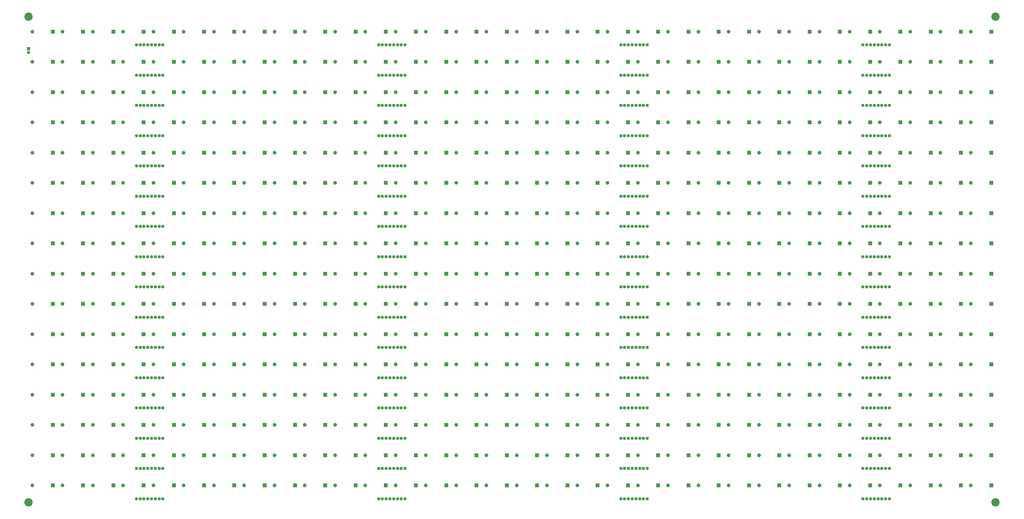
<source format=gbr>
%TF.GenerationSoftware,KiCad,Pcbnew,9.0.7*%
%TF.CreationDate,2026-02-02T17:43:32-05:00*%
%TF.ProjectId,INS-1 Matrix Display,494e532d-3120-44d6-9174-726978204469,1.0*%
%TF.SameCoordinates,Original*%
%TF.FileFunction,Soldermask,Bot*%
%TF.FilePolarity,Negative*%
%FSLAX46Y46*%
G04 Gerber Fmt 4.6, Leading zero omitted, Abs format (unit mm)*
G04 Created by KiCad (PCBNEW 9.0.7) date 2026-02-02 17:43:32*
%MOMM*%
%LPD*%
G01*
G04 APERTURE LIST*
%ADD10C,1.000000*%
%ADD11R,1.000000X1.000000*%
%ADD12C,0.850000*%
%ADD13C,2.200000*%
%ADD14R,0.850000X0.850000*%
G04 APERTURE END LIST*
D10*
%TO.C,REF\u002A\u002A*%
X154000000Y-134500000D03*
D11*
X159400000Y-134500000D03*
%TD*%
D10*
%TO.C,REF\u002A\u002A*%
X193990000Y-62500000D03*
D11*
X199390000Y-62500000D03*
%TD*%
D10*
%TO.C,REF\u002A\u002A*%
X249990000Y-110500000D03*
D11*
X255390000Y-110500000D03*
%TD*%
D10*
%TO.C,REF\u002A\u002A*%
X241990000Y-134500000D03*
D11*
X247390000Y-134500000D03*
%TD*%
D10*
%TO.C,REF\u002A\u002A*%
X82000000Y-94500000D03*
D11*
X87400000Y-94500000D03*
%TD*%
D10*
%TO.C,REF\u002A\u002A*%
X49990000Y-126500000D03*
D11*
X55390000Y-126500000D03*
%TD*%
D12*
%TO.C,RegisterLane*%
X173500000Y-42000000D03*
X174500000Y-42000000D03*
X175500000Y-42000000D03*
X176500000Y-42000000D03*
X177500000Y-42000000D03*
X178500000Y-42000000D03*
X179500000Y-42000000D03*
X180500000Y-42000000D03*
%TD*%
D10*
%TO.C,REF\u002A\u002A*%
X265990000Y-54500000D03*
D11*
X271390000Y-54500000D03*
%TD*%
D10*
%TO.C,REF\u002A\u002A*%
X26000000Y-150500000D03*
D11*
X31400000Y-150500000D03*
%TD*%
D10*
%TO.C,REF\u002A\u002A*%
X137990000Y-54500000D03*
D11*
X143390000Y-54500000D03*
%TD*%
D10*
%TO.C,REF\u002A\u002A*%
X18000000Y-142500000D03*
D11*
X23400000Y-142500000D03*
%TD*%
D10*
%TO.C,REF\u002A\u002A*%
X105990000Y-38500000D03*
D11*
X111390000Y-38500000D03*
%TD*%
D10*
%TO.C,REF\u002A\u002A*%
X265990000Y-62500000D03*
D11*
X271390000Y-62500000D03*
%TD*%
D10*
%TO.C,REF\u002A\u002A*%
X146000000Y-62500000D03*
D11*
X151400000Y-62500000D03*
%TD*%
D10*
%TO.C,REF\u002A\u002A*%
X90000000Y-94500000D03*
D11*
X95400000Y-94500000D03*
%TD*%
D10*
%TO.C,REF\u002A\u002A*%
X73990000Y-150500000D03*
D11*
X79390000Y-150500000D03*
%TD*%
D12*
%TO.C,RegisterLane*%
X109500000Y-66000000D03*
X110500000Y-66000000D03*
X111500000Y-66000000D03*
X112500000Y-66000000D03*
X113500000Y-66000000D03*
X114500000Y-66000000D03*
X115500000Y-66000000D03*
X116500000Y-66000000D03*
%TD*%
D10*
%TO.C,REF\u002A\u002A*%
X201990000Y-62500000D03*
D11*
X207390000Y-62500000D03*
%TD*%
D10*
%TO.C,REF\u002A\u002A*%
X241990000Y-54500000D03*
D11*
X247390000Y-54500000D03*
%TD*%
D12*
%TO.C,RegisterLane*%
X237500000Y-122000000D03*
X238500000Y-122000000D03*
X239500000Y-122000000D03*
X240500000Y-122000000D03*
X241500000Y-122000000D03*
X242500000Y-122000000D03*
X243500000Y-122000000D03*
X244500000Y-122000000D03*
%TD*%
D10*
%TO.C,REF\u002A\u002A*%
X233990000Y-102500000D03*
D11*
X239390000Y-102500000D03*
%TD*%
D10*
%TO.C,REF\u002A\u002A*%
X18000000Y-102500000D03*
D11*
X23400000Y-102500000D03*
%TD*%
D10*
%TO.C,REF\u002A\u002A*%
X218000000Y-102500000D03*
D11*
X223400000Y-102500000D03*
%TD*%
D10*
%TO.C,REF\u002A\u002A*%
X113990000Y-54500000D03*
D11*
X119390000Y-54500000D03*
%TD*%
D10*
%TO.C,REF\u002A\u002A*%
X162000000Y-70500000D03*
D11*
X167400000Y-70500000D03*
%TD*%
D10*
%TO.C,REF\u002A\u002A*%
X201990000Y-38500000D03*
D11*
X207390000Y-38500000D03*
%TD*%
D10*
%TO.C,REF\u002A\u002A*%
X57990000Y-134500000D03*
D11*
X63390000Y-134500000D03*
%TD*%
D10*
%TO.C,REF\u002A\u002A*%
X105990000Y-110500000D03*
D11*
X111390000Y-110500000D03*
%TD*%
D10*
%TO.C,REF\u002A\u002A*%
X162000000Y-30500000D03*
D11*
X167400000Y-30500000D03*
%TD*%
D12*
%TO.C,RegisterLane*%
X45500000Y-90000000D03*
X46500000Y-90000000D03*
X47500000Y-90000000D03*
X48500000Y-90000000D03*
X49500000Y-90000000D03*
X50500000Y-90000000D03*
X51500000Y-90000000D03*
X52500000Y-90000000D03*
%TD*%
D10*
%TO.C,REF\u002A\u002A*%
X90000000Y-118500000D03*
D11*
X95400000Y-118500000D03*
%TD*%
D13*
%TO.C,REF\u002A\u002A*%
X272500000Y-26500000D03*
%TD*%
D10*
%TO.C,REF\u002A\u002A*%
X177990000Y-62500000D03*
D11*
X183390000Y-62500000D03*
%TD*%
D10*
%TO.C,REF\u002A\u002A*%
X226000000Y-38500000D03*
D11*
X231400000Y-38500000D03*
%TD*%
D10*
%TO.C,REF\u002A\u002A*%
X249990000Y-86500000D03*
D11*
X255390000Y-86500000D03*
%TD*%
D10*
%TO.C,REF\u002A\u002A*%
X193990000Y-118500000D03*
D11*
X199390000Y-118500000D03*
%TD*%
D10*
%TO.C,REF\u002A\u002A*%
X257990000Y-78500000D03*
D11*
X263390000Y-78500000D03*
%TD*%
D10*
%TO.C,REF\u002A\u002A*%
X129990000Y-118500000D03*
D11*
X135390000Y-118500000D03*
%TD*%
D10*
%TO.C,REF\u002A\u002A*%
X201990000Y-134500000D03*
D11*
X207390000Y-134500000D03*
%TD*%
D10*
%TO.C,REF\u002A\u002A*%
X226000000Y-62500000D03*
D11*
X231400000Y-62500000D03*
%TD*%
D10*
%TO.C,REF\u002A\u002A*%
X18000000Y-30500000D03*
D11*
X23400000Y-30500000D03*
%TD*%
D10*
%TO.C,REF\u002A\u002A*%
X98000000Y-62500000D03*
D11*
X103400000Y-62500000D03*
%TD*%
D10*
%TO.C,REF\u002A\u002A*%
X201990000Y-30500000D03*
D11*
X207390000Y-30500000D03*
%TD*%
D10*
%TO.C,REF\u002A\u002A*%
X49990000Y-86500000D03*
D11*
X55390000Y-86500000D03*
%TD*%
D10*
%TO.C,REF\u002A\u002A*%
X146000000Y-70500000D03*
D11*
X151400000Y-70500000D03*
%TD*%
D10*
%TO.C,REF\u002A\u002A*%
X113990000Y-46500000D03*
D11*
X119390000Y-46500000D03*
%TD*%
D10*
%TO.C,REF\u002A\u002A*%
X121990000Y-142500000D03*
D11*
X127390000Y-142500000D03*
%TD*%
D10*
%TO.C,REF\u002A\u002A*%
X146000000Y-150500000D03*
D11*
X151400000Y-150500000D03*
%TD*%
D10*
%TO.C,REF\u002A\u002A*%
X26000000Y-86500000D03*
D11*
X31400000Y-86500000D03*
%TD*%
D10*
%TO.C,REF\u002A\u002A*%
X73990000Y-78500000D03*
D11*
X79390000Y-78500000D03*
%TD*%
D10*
%TO.C,REF\u002A\u002A*%
X218000000Y-46500000D03*
D11*
X223400000Y-46500000D03*
%TD*%
D10*
%TO.C,REF\u002A\u002A*%
X49990000Y-94500000D03*
D11*
X55390000Y-94500000D03*
%TD*%
D10*
%TO.C,REF\u002A\u002A*%
X98000000Y-150500000D03*
D11*
X103400000Y-150500000D03*
%TD*%
D10*
%TO.C,REF\u002A\u002A*%
X18000000Y-118500000D03*
D11*
X23400000Y-118500000D03*
%TD*%
D12*
%TO.C,RegisterLane*%
X173500000Y-146000000D03*
X174500000Y-146000000D03*
X175500000Y-146000000D03*
X176500000Y-146000000D03*
X177500000Y-146000000D03*
X178500000Y-146000000D03*
X179500000Y-146000000D03*
X180500000Y-146000000D03*
%TD*%
D10*
%TO.C,REF\u002A\u002A*%
X73990000Y-110500000D03*
D11*
X79390000Y-110500000D03*
%TD*%
D12*
%TO.C,RegisterLane*%
X45500000Y-106000000D03*
X46500000Y-106000000D03*
X47500000Y-106000000D03*
X48500000Y-106000000D03*
X49500000Y-106000000D03*
X50500000Y-106000000D03*
X51500000Y-106000000D03*
X52500000Y-106000000D03*
%TD*%
D10*
%TO.C,REF\u002A\u002A*%
X129990000Y-94500000D03*
D11*
X135390000Y-94500000D03*
%TD*%
D12*
%TO.C,RegisterLane*%
X237500000Y-138000000D03*
X238500000Y-138000000D03*
X239500000Y-138000000D03*
X240500000Y-138000000D03*
X241500000Y-138000000D03*
X242500000Y-138000000D03*
X243500000Y-138000000D03*
X244500000Y-138000000D03*
%TD*%
D10*
%TO.C,REF\u002A\u002A*%
X177990000Y-30500000D03*
D11*
X183390000Y-30500000D03*
%TD*%
D10*
%TO.C,REF\u002A\u002A*%
X105990000Y-78500000D03*
D11*
X111390000Y-78500000D03*
%TD*%
D10*
%TO.C,REF\u002A\u002A*%
X177990000Y-46500000D03*
D11*
X183390000Y-46500000D03*
%TD*%
D10*
%TO.C,REF\u002A\u002A*%
X26000000Y-30500000D03*
D11*
X31400000Y-30500000D03*
%TD*%
D10*
%TO.C,REF\u002A\u002A*%
X218000000Y-126500000D03*
D11*
X223400000Y-126500000D03*
%TD*%
D10*
%TO.C,REF\u002A\u002A*%
X241990000Y-150500000D03*
D11*
X247390000Y-150500000D03*
%TD*%
D10*
%TO.C,REF\u002A\u002A*%
X193990000Y-78500000D03*
D11*
X199390000Y-78500000D03*
%TD*%
D10*
%TO.C,REF\u002A\u002A*%
X121990000Y-62500000D03*
D11*
X127390000Y-62500000D03*
%TD*%
D10*
%TO.C,REF\u002A\u002A*%
X18000000Y-70500000D03*
D11*
X23400000Y-70500000D03*
%TD*%
D10*
%TO.C,REF\u002A\u002A*%
X257990000Y-126500000D03*
D11*
X263390000Y-126500000D03*
%TD*%
D10*
%TO.C,REF\u002A\u002A*%
X18000000Y-46500000D03*
D11*
X23400000Y-46500000D03*
%TD*%
D12*
%TO.C,RegisterLane*%
X45500000Y-82000000D03*
X46500000Y-82000000D03*
X47500000Y-82000000D03*
X48500000Y-82000000D03*
X49500000Y-82000000D03*
X50500000Y-82000000D03*
X51500000Y-82000000D03*
X52500000Y-82000000D03*
%TD*%
D10*
%TO.C,REF\u002A\u002A*%
X73990000Y-70500000D03*
D11*
X79390000Y-70500000D03*
%TD*%
D10*
%TO.C,REF\u002A\u002A*%
X162000000Y-54500000D03*
D11*
X167400000Y-54500000D03*
%TD*%
D10*
%TO.C,REF\u002A\u002A*%
X201990000Y-126500000D03*
D11*
X207390000Y-126500000D03*
%TD*%
D10*
%TO.C,REF\u002A\u002A*%
X169990000Y-94500000D03*
D11*
X175390000Y-94500000D03*
%TD*%
D10*
%TO.C,REF\u002A\u002A*%
X185990000Y-118500000D03*
D11*
X191390000Y-118500000D03*
%TD*%
D10*
%TO.C,REF\u002A\u002A*%
X90000000Y-150500000D03*
D11*
X95400000Y-150500000D03*
%TD*%
D10*
%TO.C,REF\u002A\u002A*%
X65990000Y-102500000D03*
D11*
X71390000Y-102500000D03*
%TD*%
D10*
%TO.C,REF\u002A\u002A*%
X129990000Y-70500000D03*
D11*
X135390000Y-70500000D03*
%TD*%
D10*
%TO.C,REF\u002A\u002A*%
X121990000Y-54500000D03*
D11*
X127390000Y-54500000D03*
%TD*%
D10*
%TO.C,REF\u002A\u002A*%
X193990000Y-150500000D03*
D11*
X199390000Y-150500000D03*
%TD*%
D10*
%TO.C,REF\u002A\u002A*%
X265990000Y-46500000D03*
D11*
X271390000Y-46500000D03*
%TD*%
D12*
%TO.C,RegisterLane*%
X237500000Y-106000000D03*
X238500000Y-106000000D03*
X239500000Y-106000000D03*
X240500000Y-106000000D03*
X241500000Y-106000000D03*
X242500000Y-106000000D03*
X243500000Y-106000000D03*
X244500000Y-106000000D03*
%TD*%
D10*
%TO.C,REF\u002A\u002A*%
X121990000Y-30500000D03*
D11*
X127390000Y-30500000D03*
%TD*%
D10*
%TO.C,REF\u002A\u002A*%
X18000000Y-150500000D03*
D11*
X23400000Y-150500000D03*
%TD*%
D10*
%TO.C,REF\u002A\u002A*%
X34000000Y-126500000D03*
D11*
X39400000Y-126500000D03*
%TD*%
D10*
%TO.C,REF\u002A\u002A*%
X65990000Y-134500000D03*
D11*
X71390000Y-134500000D03*
%TD*%
D10*
%TO.C,REF\u002A\u002A*%
X73990000Y-54500000D03*
D11*
X79390000Y-54500000D03*
%TD*%
D10*
%TO.C,REF\u002A\u002A*%
X137990000Y-30500000D03*
D11*
X143390000Y-30500000D03*
%TD*%
D10*
%TO.C,REF\u002A\u002A*%
X137990000Y-70500000D03*
D11*
X143390000Y-70500000D03*
%TD*%
D10*
%TO.C,REF\u002A\u002A*%
X193990000Y-46500000D03*
D11*
X199390000Y-46500000D03*
%TD*%
D10*
%TO.C,REF\u002A\u002A*%
X193990000Y-86500000D03*
D11*
X199390000Y-86500000D03*
%TD*%
D10*
%TO.C,REF\u002A\u002A*%
X193990000Y-70500000D03*
D11*
X199390000Y-70500000D03*
%TD*%
D10*
%TO.C,REF\u002A\u002A*%
X241990000Y-62500000D03*
D11*
X247390000Y-62500000D03*
%TD*%
D10*
%TO.C,REF\u002A\u002A*%
X98000000Y-118500000D03*
D11*
X103400000Y-118500000D03*
%TD*%
D10*
%TO.C,REF\u002A\u002A*%
X49990000Y-30500000D03*
D11*
X55390000Y-30500000D03*
%TD*%
D10*
%TO.C,REF\u002A\u002A*%
X146000000Y-46500000D03*
D11*
X151400000Y-46500000D03*
%TD*%
D10*
%TO.C,REF\u002A\u002A*%
X169990000Y-142500000D03*
D11*
X175390000Y-142500000D03*
%TD*%
D10*
%TO.C,REF\u002A\u002A*%
X26000000Y-126500000D03*
D11*
X31400000Y-126500000D03*
%TD*%
D10*
%TO.C,REF\u002A\u002A*%
X90000000Y-78500000D03*
D11*
X95400000Y-78500000D03*
%TD*%
D10*
%TO.C,REF\u002A\u002A*%
X98000000Y-102500000D03*
D11*
X103400000Y-102500000D03*
%TD*%
D10*
%TO.C,REF\u002A\u002A*%
X146000000Y-94500000D03*
D11*
X151400000Y-94500000D03*
%TD*%
D10*
%TO.C,REF\u002A\u002A*%
X82000000Y-134500000D03*
D11*
X87400000Y-134500000D03*
%TD*%
D10*
%TO.C,REF\u002A\u002A*%
X98000000Y-94500000D03*
D11*
X103400000Y-94500000D03*
%TD*%
D10*
%TO.C,REF\u002A\u002A*%
X49990000Y-78500000D03*
D11*
X55390000Y-78500000D03*
%TD*%
D10*
%TO.C,REF\u002A\u002A*%
X41990000Y-86500000D03*
D11*
X47390000Y-86500000D03*
%TD*%
D10*
%TO.C,REF\u002A\u002A*%
X249990000Y-126500000D03*
D11*
X255390000Y-126500000D03*
%TD*%
D10*
%TO.C,REF\u002A\u002A*%
X210000000Y-86500000D03*
D11*
X215400000Y-86500000D03*
%TD*%
D10*
%TO.C,REF\u002A\u002A*%
X26000000Y-46500000D03*
D11*
X31400000Y-46500000D03*
%TD*%
D10*
%TO.C,REF\u002A\u002A*%
X193990000Y-134500000D03*
D11*
X199390000Y-134500000D03*
%TD*%
D10*
%TO.C,REF\u002A\u002A*%
X177990000Y-102500000D03*
D11*
X183390000Y-102500000D03*
%TD*%
D10*
%TO.C,REF\u002A\u002A*%
X98000000Y-134500000D03*
D11*
X103400000Y-134500000D03*
%TD*%
D10*
%TO.C,REF\u002A\u002A*%
X193990000Y-54500000D03*
D11*
X199390000Y-54500000D03*
%TD*%
D12*
%TO.C,RegisterLane*%
X237500000Y-154000000D03*
X238500000Y-154000000D03*
X239500000Y-154000000D03*
X240500000Y-154000000D03*
X241500000Y-154000000D03*
X242500000Y-154000000D03*
X243500000Y-154000000D03*
X244500000Y-154000000D03*
%TD*%
D10*
%TO.C,REF\u002A\u002A*%
X193990000Y-30500000D03*
D11*
X199390000Y-30500000D03*
%TD*%
D10*
%TO.C,REF\u002A\u002A*%
X162000000Y-78500000D03*
D11*
X167400000Y-78500000D03*
%TD*%
D10*
%TO.C,REF\u002A\u002A*%
X193990000Y-142500000D03*
D11*
X199390000Y-142500000D03*
%TD*%
D10*
%TO.C,REF\u002A\u002A*%
X226000000Y-126500000D03*
D11*
X231400000Y-126500000D03*
%TD*%
D10*
%TO.C,REF\u002A\u002A*%
X233990000Y-134500000D03*
D11*
X239390000Y-134500000D03*
%TD*%
D10*
%TO.C,REF\u002A\u002A*%
X129990000Y-86500000D03*
D11*
X135390000Y-86500000D03*
%TD*%
D10*
%TO.C,REF\u002A\u002A*%
X241990000Y-110500000D03*
D11*
X247390000Y-110500000D03*
%TD*%
D10*
%TO.C,REF\u002A\u002A*%
X113990000Y-150500000D03*
D11*
X119390000Y-150500000D03*
%TD*%
D12*
%TO.C,RegisterLane*%
X109500000Y-34000000D03*
X110500000Y-34000000D03*
X111500000Y-34000000D03*
X112500000Y-34000000D03*
X113500000Y-34000000D03*
X114500000Y-34000000D03*
X115500000Y-34000000D03*
X116500000Y-34000000D03*
%TD*%
D10*
%TO.C,REF\u002A\u002A*%
X265990000Y-38500000D03*
D11*
X271390000Y-38500000D03*
%TD*%
D10*
%TO.C,REF\u002A\u002A*%
X233990000Y-70500000D03*
D11*
X239390000Y-70500000D03*
%TD*%
D10*
%TO.C,REF\u002A\u002A*%
X185990000Y-70500000D03*
D11*
X191390000Y-70500000D03*
%TD*%
D10*
%TO.C,REF\u002A\u002A*%
X162000000Y-134500000D03*
D11*
X167400000Y-134500000D03*
%TD*%
D10*
%TO.C,REF\u002A\u002A*%
X90000000Y-46500000D03*
D11*
X95400000Y-46500000D03*
%TD*%
D12*
%TO.C,RegisterLane*%
X45500000Y-122000000D03*
X46500000Y-122000000D03*
X47500000Y-122000000D03*
X48500000Y-122000000D03*
X49500000Y-122000000D03*
X50500000Y-122000000D03*
X51500000Y-122000000D03*
X52500000Y-122000000D03*
%TD*%
D10*
%TO.C,REF\u002A\u002A*%
X226000000Y-86500000D03*
D11*
X231400000Y-86500000D03*
%TD*%
D10*
%TO.C,REF\u002A\u002A*%
X185990000Y-78500000D03*
D11*
X191390000Y-78500000D03*
%TD*%
D10*
%TO.C,REF\u002A\u002A*%
X105990000Y-102500000D03*
D11*
X111390000Y-102500000D03*
%TD*%
D10*
%TO.C,REF\u002A\u002A*%
X162000000Y-86500000D03*
D11*
X167400000Y-86500000D03*
%TD*%
D10*
%TO.C,REF\u002A\u002A*%
X41990000Y-150500000D03*
D11*
X47390000Y-150500000D03*
%TD*%
D10*
%TO.C,REF\u002A\u002A*%
X162000000Y-126500000D03*
D11*
X167400000Y-126500000D03*
%TD*%
D13*
%TO.C,REF\u002A\u002A*%
X272500000Y-155000000D03*
%TD*%
D10*
%TO.C,REF\u002A\u002A*%
X257990000Y-102500000D03*
D11*
X263390000Y-102500000D03*
%TD*%
D12*
%TO.C,RegisterLane*%
X45500000Y-98000000D03*
X46500000Y-98000000D03*
X47500000Y-98000000D03*
X48500000Y-98000000D03*
X49500000Y-98000000D03*
X50500000Y-98000000D03*
X51500000Y-98000000D03*
X52500000Y-98000000D03*
%TD*%
D10*
%TO.C,REF\u002A\u002A*%
X233990000Y-150500000D03*
D11*
X239390000Y-150500000D03*
%TD*%
D10*
%TO.C,REF\u002A\u002A*%
X146000000Y-54500000D03*
D11*
X151400000Y-54500000D03*
%TD*%
D10*
%TO.C,REF\u002A\u002A*%
X57990000Y-86500000D03*
D11*
X63390000Y-86500000D03*
%TD*%
D10*
%TO.C,REF\u002A\u002A*%
X73990000Y-134500000D03*
D11*
X79390000Y-134500000D03*
%TD*%
D10*
%TO.C,REF\u002A\u002A*%
X82000000Y-150500000D03*
D11*
X87400000Y-150500000D03*
%TD*%
D10*
%TO.C,REF\u002A\u002A*%
X233990000Y-78500000D03*
D11*
X239390000Y-78500000D03*
%TD*%
D10*
%TO.C,REF\u002A\u002A*%
X137990000Y-86500000D03*
D11*
X143390000Y-86500000D03*
%TD*%
D10*
%TO.C,REF\u002A\u002A*%
X65990000Y-78500000D03*
D11*
X71390000Y-78500000D03*
%TD*%
D10*
%TO.C,REF\u002A\u002A*%
X34000000Y-142500000D03*
D11*
X39400000Y-142500000D03*
%TD*%
D10*
%TO.C,REF\u002A\u002A*%
X257990000Y-54500000D03*
D11*
X263390000Y-54500000D03*
%TD*%
D10*
%TO.C,REF\u002A\u002A*%
X113990000Y-118500000D03*
D11*
X119390000Y-118500000D03*
%TD*%
D10*
%TO.C,REF\u002A\u002A*%
X249990000Y-54500000D03*
D11*
X255390000Y-54500000D03*
%TD*%
D10*
%TO.C,REF\u002A\u002A*%
X73990000Y-102500000D03*
D11*
X79390000Y-102500000D03*
%TD*%
D10*
%TO.C,REF\u002A\u002A*%
X121990000Y-46500000D03*
D11*
X127390000Y-46500000D03*
%TD*%
D10*
%TO.C,REF\u002A\u002A*%
X210000000Y-150500000D03*
D11*
X215400000Y-150500000D03*
%TD*%
D10*
%TO.C,REF\u002A\u002A*%
X82000000Y-118500000D03*
D11*
X87400000Y-118500000D03*
%TD*%
D10*
%TO.C,REF\u002A\u002A*%
X241990000Y-86500000D03*
D11*
X247390000Y-86500000D03*
%TD*%
D10*
%TO.C,REF\u002A\u002A*%
X49990000Y-102500000D03*
D11*
X55390000Y-102500000D03*
%TD*%
D10*
%TO.C,REF\u002A\u002A*%
X169990000Y-54500000D03*
D11*
X175390000Y-54500000D03*
%TD*%
D10*
%TO.C,REF\u002A\u002A*%
X154000000Y-110500000D03*
D11*
X159400000Y-110500000D03*
%TD*%
D14*
%TO.C,VIN*%
X17000000Y-35000000D03*
D12*
X17000000Y-36000000D03*
%TD*%
D10*
%TO.C,REF\u002A\u002A*%
X169990000Y-134500000D03*
D11*
X175390000Y-134500000D03*
%TD*%
D10*
%TO.C,REF\u002A\u002A*%
X241990000Y-38500000D03*
D11*
X247390000Y-38500000D03*
%TD*%
D10*
%TO.C,REF\u002A\u002A*%
X90000000Y-70500000D03*
D11*
X95400000Y-70500000D03*
%TD*%
D13*
%TO.C,REF\u002A\u002A*%
X17000000Y-155000000D03*
%TD*%
D10*
%TO.C,REF\u002A\u002A*%
X249990000Y-78500000D03*
D11*
X255390000Y-78500000D03*
%TD*%
D10*
%TO.C,REF\u002A\u002A*%
X113990000Y-86500000D03*
D11*
X119390000Y-86500000D03*
%TD*%
D10*
%TO.C,REF\u002A\u002A*%
X113990000Y-78500000D03*
D11*
X119390000Y-78500000D03*
%TD*%
D10*
%TO.C,REF\u002A\u002A*%
X169990000Y-62500000D03*
D11*
X175390000Y-62500000D03*
%TD*%
D12*
%TO.C,RegisterLane*%
X109500000Y-90000000D03*
X110500000Y-90000000D03*
X111500000Y-90000000D03*
X112500000Y-90000000D03*
X113500000Y-90000000D03*
X114500000Y-90000000D03*
X115500000Y-90000000D03*
X116500000Y-90000000D03*
%TD*%
D10*
%TO.C,REF\u002A\u002A*%
X90000000Y-110500000D03*
D11*
X95400000Y-110500000D03*
%TD*%
D10*
%TO.C,REF\u002A\u002A*%
X137990000Y-78500000D03*
D11*
X143390000Y-78500000D03*
%TD*%
D10*
%TO.C,REF\u002A\u002A*%
X41990000Y-54500000D03*
D11*
X47390000Y-54500000D03*
%TD*%
D10*
%TO.C,REF\u002A\u002A*%
X82000000Y-110500000D03*
D11*
X87400000Y-110500000D03*
%TD*%
D10*
%TO.C,REF\u002A\u002A*%
X113990000Y-30500000D03*
D11*
X119390000Y-30500000D03*
%TD*%
D10*
%TO.C,REF\u002A\u002A*%
X249990000Y-46500000D03*
D11*
X255390000Y-46500000D03*
%TD*%
D10*
%TO.C,REF\u002A\u002A*%
X257990000Y-150500000D03*
D11*
X263390000Y-150500000D03*
%TD*%
D10*
%TO.C,REF\u002A\u002A*%
X226000000Y-94500000D03*
D11*
X231400000Y-94500000D03*
%TD*%
D10*
%TO.C,REF\u002A\u002A*%
X154000000Y-62500000D03*
D11*
X159400000Y-62500000D03*
%TD*%
D10*
%TO.C,REF\u002A\u002A*%
X185990000Y-38500000D03*
D11*
X191390000Y-38500000D03*
%TD*%
D10*
%TO.C,REF\u002A\u002A*%
X265990000Y-150500000D03*
D11*
X271390000Y-150500000D03*
%TD*%
D10*
%TO.C,REF\u002A\u002A*%
X90000000Y-134500000D03*
D11*
X95400000Y-134500000D03*
%TD*%
D10*
%TO.C,REF\u002A\u002A*%
X90000000Y-102500000D03*
D11*
X95400000Y-102500000D03*
%TD*%
D10*
%TO.C,REF\u002A\u002A*%
X65990000Y-86500000D03*
D11*
X71390000Y-86500000D03*
%TD*%
D10*
%TO.C,REF\u002A\u002A*%
X218000000Y-38500000D03*
D11*
X223400000Y-38500000D03*
%TD*%
D10*
%TO.C,REF\u002A\u002A*%
X34000000Y-62500000D03*
D11*
X39400000Y-62500000D03*
%TD*%
D10*
%TO.C,REF\u002A\u002A*%
X201990000Y-78500000D03*
D11*
X207390000Y-78500000D03*
%TD*%
D10*
%TO.C,REF\u002A\u002A*%
X82000000Y-54500000D03*
D11*
X87400000Y-54500000D03*
%TD*%
D12*
%TO.C,RegisterLane*%
X45500000Y-154000000D03*
X46500000Y-154000000D03*
X47500000Y-154000000D03*
X48500000Y-154000000D03*
X49500000Y-154000000D03*
X50500000Y-154000000D03*
X51500000Y-154000000D03*
X52500000Y-154000000D03*
%TD*%
D10*
%TO.C,REF\u002A\u002A*%
X41990000Y-118500000D03*
D11*
X47390000Y-118500000D03*
%TD*%
D10*
%TO.C,REF\u002A\u002A*%
X121990000Y-102500000D03*
D11*
X127390000Y-102500000D03*
%TD*%
D10*
%TO.C,REF\u002A\u002A*%
X26000000Y-102500000D03*
D11*
X31400000Y-102500000D03*
%TD*%
D10*
%TO.C,REF\u002A\u002A*%
X233990000Y-30500000D03*
D11*
X239390000Y-30500000D03*
%TD*%
D10*
%TO.C,REF\u002A\u002A*%
X57990000Y-62500000D03*
D11*
X63390000Y-62500000D03*
%TD*%
D10*
%TO.C,REF\u002A\u002A*%
X154000000Y-118500000D03*
D11*
X159400000Y-118500000D03*
%TD*%
D12*
%TO.C,RegisterLane*%
X237500000Y-34000000D03*
X238500000Y-34000000D03*
X239500000Y-34000000D03*
X240500000Y-34000000D03*
X241500000Y-34000000D03*
X242500000Y-34000000D03*
X243500000Y-34000000D03*
X244500000Y-34000000D03*
%TD*%
D10*
%TO.C,REF\u002A\u002A*%
X105990000Y-94500000D03*
D11*
X111390000Y-94500000D03*
%TD*%
D10*
%TO.C,REF\u002A\u002A*%
X26000000Y-134500000D03*
D11*
X31400000Y-134500000D03*
%TD*%
D10*
%TO.C,REF\u002A\u002A*%
X226000000Y-54500000D03*
D11*
X231400000Y-54500000D03*
%TD*%
D10*
%TO.C,REF\u002A\u002A*%
X146000000Y-86500000D03*
D11*
X151400000Y-86500000D03*
%TD*%
D10*
%TO.C,REF\u002A\u002A*%
X65990000Y-126500000D03*
D11*
X71390000Y-126500000D03*
%TD*%
D10*
%TO.C,REF\u002A\u002A*%
X249990000Y-102500000D03*
D11*
X255390000Y-102500000D03*
%TD*%
D10*
%TO.C,REF\u002A\u002A*%
X201990000Y-70500000D03*
D11*
X207390000Y-70500000D03*
%TD*%
D12*
%TO.C,RegisterLane*%
X109500000Y-114000000D03*
X110500000Y-114000000D03*
X111500000Y-114000000D03*
X112500000Y-114000000D03*
X113500000Y-114000000D03*
X114500000Y-114000000D03*
X115500000Y-114000000D03*
X116500000Y-114000000D03*
%TD*%
%TO.C,RegisterLane*%
X109500000Y-50000000D03*
X110500000Y-50000000D03*
X111500000Y-50000000D03*
X112500000Y-50000000D03*
X113500000Y-50000000D03*
X114500000Y-50000000D03*
X115500000Y-50000000D03*
X116500000Y-50000000D03*
%TD*%
D10*
%TO.C,REF\u002A\u002A*%
X257990000Y-62500000D03*
D11*
X263390000Y-62500000D03*
%TD*%
D12*
%TO.C,RegisterLane*%
X45500000Y-114000000D03*
X46500000Y-114000000D03*
X47500000Y-114000000D03*
X48500000Y-114000000D03*
X49500000Y-114000000D03*
X50500000Y-114000000D03*
X51500000Y-114000000D03*
X52500000Y-114000000D03*
%TD*%
D10*
%TO.C,REF\u002A\u002A*%
X241990000Y-126500000D03*
D11*
X247390000Y-126500000D03*
%TD*%
D12*
%TO.C,RegisterLane*%
X173500000Y-130000000D03*
X174500000Y-130000000D03*
X175500000Y-130000000D03*
X176500000Y-130000000D03*
X177500000Y-130000000D03*
X178500000Y-130000000D03*
X179500000Y-130000000D03*
X180500000Y-130000000D03*
%TD*%
D10*
%TO.C,REF\u002A\u002A*%
X154000000Y-86500000D03*
D11*
X159400000Y-86500000D03*
%TD*%
D10*
%TO.C,REF\u002A\u002A*%
X82000000Y-86500000D03*
D11*
X87400000Y-86500000D03*
%TD*%
D12*
%TO.C,RegisterLane*%
X173500000Y-122000000D03*
X174500000Y-122000000D03*
X175500000Y-122000000D03*
X176500000Y-122000000D03*
X177500000Y-122000000D03*
X178500000Y-122000000D03*
X179500000Y-122000000D03*
X180500000Y-122000000D03*
%TD*%
D10*
%TO.C,REF\u002A\u002A*%
X218000000Y-142500000D03*
D11*
X223400000Y-142500000D03*
%TD*%
D12*
%TO.C,RegisterLane*%
X173500000Y-114000000D03*
X174500000Y-114000000D03*
X175500000Y-114000000D03*
X176500000Y-114000000D03*
X177500000Y-114000000D03*
X178500000Y-114000000D03*
X179500000Y-114000000D03*
X180500000Y-114000000D03*
%TD*%
D10*
%TO.C,REF\u002A\u002A*%
X226000000Y-78500000D03*
D11*
X231400000Y-78500000D03*
%TD*%
D10*
%TO.C,REF\u002A\u002A*%
X265990000Y-78500000D03*
D11*
X271390000Y-78500000D03*
%TD*%
D10*
%TO.C,REF\u002A\u002A*%
X177990000Y-94500000D03*
D11*
X183390000Y-94500000D03*
%TD*%
D12*
%TO.C,RegisterLane*%
X173500000Y-138000000D03*
X174500000Y-138000000D03*
X175500000Y-138000000D03*
X176500000Y-138000000D03*
X177500000Y-138000000D03*
X178500000Y-138000000D03*
X179500000Y-138000000D03*
X180500000Y-138000000D03*
%TD*%
D10*
%TO.C,REF\u002A\u002A*%
X137990000Y-142500000D03*
D11*
X143390000Y-142500000D03*
%TD*%
D10*
%TO.C,REF\u002A\u002A*%
X73990000Y-30500000D03*
D11*
X79390000Y-30500000D03*
%TD*%
D10*
%TO.C,REF\u002A\u002A*%
X34000000Y-94500000D03*
D11*
X39400000Y-94500000D03*
%TD*%
D10*
%TO.C,REF\u002A\u002A*%
X121990000Y-110500000D03*
D11*
X127390000Y-110500000D03*
%TD*%
D10*
%TO.C,REF\u002A\u002A*%
X218000000Y-94500000D03*
D11*
X223400000Y-94500000D03*
%TD*%
D12*
%TO.C,RegisterLane*%
X237500000Y-130000000D03*
X238500000Y-130000000D03*
X239500000Y-130000000D03*
X240500000Y-130000000D03*
X241500000Y-130000000D03*
X242500000Y-130000000D03*
X243500000Y-130000000D03*
X244500000Y-130000000D03*
%TD*%
D10*
%TO.C,REF\u002A\u002A*%
X34000000Y-78500000D03*
D11*
X39400000Y-78500000D03*
%TD*%
D10*
%TO.C,REF\u002A\u002A*%
X233990000Y-86500000D03*
D11*
X239390000Y-86500000D03*
%TD*%
D12*
%TO.C,RegisterLane*%
X109500000Y-98000000D03*
X110500000Y-98000000D03*
X111500000Y-98000000D03*
X112500000Y-98000000D03*
X113500000Y-98000000D03*
X114500000Y-98000000D03*
X115500000Y-98000000D03*
X116500000Y-98000000D03*
%TD*%
D10*
%TO.C,REF\u002A\u002A*%
X146000000Y-110500000D03*
D11*
X151400000Y-110500000D03*
%TD*%
D10*
%TO.C,REF\u002A\u002A*%
X98000000Y-30500000D03*
D11*
X103400000Y-30500000D03*
%TD*%
D12*
%TO.C,RegisterLane*%
X237500000Y-114000000D03*
X238500000Y-114000000D03*
X239500000Y-114000000D03*
X240500000Y-114000000D03*
X241500000Y-114000000D03*
X242500000Y-114000000D03*
X243500000Y-114000000D03*
X244500000Y-114000000D03*
%TD*%
D10*
%TO.C,REF\u002A\u002A*%
X162000000Y-38500000D03*
D11*
X167400000Y-38500000D03*
%TD*%
D10*
%TO.C,REF\u002A\u002A*%
X154000000Y-30500000D03*
D11*
X159400000Y-30500000D03*
%TD*%
D10*
%TO.C,REF\u002A\u002A*%
X249990000Y-150500000D03*
D11*
X255390000Y-150500000D03*
%TD*%
D10*
%TO.C,REF\u002A\u002A*%
X226000000Y-110500000D03*
D11*
X231400000Y-110500000D03*
%TD*%
D10*
%TO.C,REF\u002A\u002A*%
X226000000Y-102500000D03*
D11*
X231400000Y-102500000D03*
%TD*%
D10*
%TO.C,REF\u002A\u002A*%
X162000000Y-150500000D03*
D11*
X167400000Y-150500000D03*
%TD*%
D10*
%TO.C,REF\u002A\u002A*%
X210000000Y-110500000D03*
D11*
X215400000Y-110500000D03*
%TD*%
D10*
%TO.C,REF\u002A\u002A*%
X65990000Y-150500000D03*
D11*
X71390000Y-150500000D03*
%TD*%
D10*
%TO.C,REF\u002A\u002A*%
X257990000Y-110500000D03*
D11*
X263390000Y-110500000D03*
%TD*%
D10*
%TO.C,REF\u002A\u002A*%
X201990000Y-110500000D03*
D11*
X207390000Y-110500000D03*
%TD*%
D10*
%TO.C,REF\u002A\u002A*%
X185990000Y-54500000D03*
D11*
X191390000Y-54500000D03*
%TD*%
D10*
%TO.C,REF\u002A\u002A*%
X233990000Y-38500000D03*
D11*
X239390000Y-38500000D03*
%TD*%
D10*
%TO.C,REF\u002A\u002A*%
X121990000Y-78500000D03*
D11*
X127390000Y-78500000D03*
%TD*%
D10*
%TO.C,REF\u002A\u002A*%
X249990000Y-70500000D03*
D11*
X255390000Y-70500000D03*
%TD*%
D10*
%TO.C,REF\u002A\u002A*%
X90000000Y-62500000D03*
D11*
X95400000Y-62500000D03*
%TD*%
D10*
%TO.C,REF\u002A\u002A*%
X210000000Y-46500000D03*
D11*
X215400000Y-46500000D03*
%TD*%
D10*
%TO.C,REF\u002A\u002A*%
X65990000Y-46500000D03*
D11*
X71390000Y-46500000D03*
%TD*%
D10*
%TO.C,REF\u002A\u002A*%
X90000000Y-30500000D03*
D11*
X95400000Y-30500000D03*
%TD*%
D10*
%TO.C,REF\u002A\u002A*%
X185990000Y-86500000D03*
D11*
X191390000Y-86500000D03*
%TD*%
D12*
%TO.C,RegisterLane*%
X237500000Y-50000000D03*
X238500000Y-50000000D03*
X239500000Y-50000000D03*
X240500000Y-50000000D03*
X241500000Y-50000000D03*
X242500000Y-50000000D03*
X243500000Y-50000000D03*
X244500000Y-50000000D03*
%TD*%
D10*
%TO.C,REF\u002A\u002A*%
X146000000Y-118500000D03*
D11*
X151400000Y-118500000D03*
%TD*%
D10*
%TO.C,REF\u002A\u002A*%
X210000000Y-70500000D03*
D11*
X215400000Y-70500000D03*
%TD*%
D10*
%TO.C,REF\u002A\u002A*%
X26000000Y-142500000D03*
D11*
X31400000Y-142500000D03*
%TD*%
D10*
%TO.C,REF\u002A\u002A*%
X226000000Y-70500000D03*
D11*
X231400000Y-70500000D03*
%TD*%
D10*
%TO.C,REF\u002A\u002A*%
X82000000Y-30500000D03*
D11*
X87400000Y-30500000D03*
%TD*%
D12*
%TO.C,RegisterLane*%
X173500000Y-154000000D03*
X174500000Y-154000000D03*
X175500000Y-154000000D03*
X176500000Y-154000000D03*
X177500000Y-154000000D03*
X178500000Y-154000000D03*
X179500000Y-154000000D03*
X180500000Y-154000000D03*
%TD*%
D10*
%TO.C,REF\u002A\u002A*%
X82000000Y-142500000D03*
D11*
X87400000Y-142500000D03*
%TD*%
D10*
%TO.C,REF\u002A\u002A*%
X233990000Y-54500000D03*
D11*
X239390000Y-54500000D03*
%TD*%
D10*
%TO.C,REF\u002A\u002A*%
X233990000Y-94500000D03*
D11*
X239390000Y-94500000D03*
%TD*%
D10*
%TO.C,REF\u002A\u002A*%
X73990000Y-86500000D03*
D11*
X79390000Y-86500000D03*
%TD*%
D12*
%TO.C,RegisterLane*%
X45500000Y-66000000D03*
X46500000Y-66000000D03*
X47500000Y-66000000D03*
X48500000Y-66000000D03*
X49500000Y-66000000D03*
X50500000Y-66000000D03*
X51500000Y-66000000D03*
X52500000Y-66000000D03*
%TD*%
D10*
%TO.C,REF\u002A\u002A*%
X265990000Y-70500000D03*
D11*
X271390000Y-70500000D03*
%TD*%
D10*
%TO.C,REF\u002A\u002A*%
X105990000Y-118500000D03*
D11*
X111390000Y-118500000D03*
%TD*%
D10*
%TO.C,REF\u002A\u002A*%
X177990000Y-38500000D03*
D11*
X183390000Y-38500000D03*
%TD*%
D10*
%TO.C,REF\u002A\u002A*%
X169990000Y-102500000D03*
D11*
X175390000Y-102500000D03*
%TD*%
D10*
%TO.C,REF\u002A\u002A*%
X73990000Y-62500000D03*
D11*
X79390000Y-62500000D03*
%TD*%
D12*
%TO.C,RegisterLane*%
X173500000Y-74000000D03*
X174500000Y-74000000D03*
X175500000Y-74000000D03*
X176500000Y-74000000D03*
X177500000Y-74000000D03*
X178500000Y-74000000D03*
X179500000Y-74000000D03*
X180500000Y-74000000D03*
%TD*%
D10*
%TO.C,REF\u002A\u002A*%
X210000000Y-62500000D03*
D11*
X215400000Y-62500000D03*
%TD*%
D10*
%TO.C,REF\u002A\u002A*%
X241990000Y-142500000D03*
D11*
X247390000Y-142500000D03*
%TD*%
D12*
%TO.C,RegisterLane*%
X45500000Y-58000000D03*
X46500000Y-58000000D03*
X47500000Y-58000000D03*
X48500000Y-58000000D03*
X49500000Y-58000000D03*
X50500000Y-58000000D03*
X51500000Y-58000000D03*
X52500000Y-58000000D03*
%TD*%
D10*
%TO.C,REF\u002A\u002A*%
X193990000Y-126500000D03*
D11*
X199390000Y-126500000D03*
%TD*%
D10*
%TO.C,REF\u002A\u002A*%
X57990000Y-70500000D03*
D11*
X63390000Y-70500000D03*
%TD*%
D10*
%TO.C,REF\u002A\u002A*%
X49990000Y-70500000D03*
D11*
X55390000Y-70500000D03*
%TD*%
D10*
%TO.C,REF\u002A\u002A*%
X137990000Y-62500000D03*
D11*
X143390000Y-62500000D03*
%TD*%
D10*
%TO.C,REF\u002A\u002A*%
X129990000Y-38500000D03*
D11*
X135390000Y-38500000D03*
%TD*%
D10*
%TO.C,REF\u002A\u002A*%
X146000000Y-142500000D03*
D11*
X151400000Y-142500000D03*
%TD*%
D10*
%TO.C,REF\u002A\u002A*%
X162000000Y-110500000D03*
D11*
X167400000Y-110500000D03*
%TD*%
D10*
%TO.C,REF\u002A\u002A*%
X177990000Y-134500000D03*
D11*
X183390000Y-134500000D03*
%TD*%
D10*
%TO.C,REF\u002A\u002A*%
X218000000Y-134500000D03*
D11*
X223400000Y-134500000D03*
%TD*%
D10*
%TO.C,REF\u002A\u002A*%
X265990000Y-86500000D03*
D11*
X271390000Y-86500000D03*
%TD*%
D10*
%TO.C,REF\u002A\u002A*%
X257990000Y-94500000D03*
D11*
X263390000Y-94500000D03*
%TD*%
D10*
%TO.C,REF\u002A\u002A*%
X113990000Y-70500000D03*
D11*
X119390000Y-70500000D03*
%TD*%
D10*
%TO.C,REF\u002A\u002A*%
X154000000Y-38500000D03*
D11*
X159400000Y-38500000D03*
%TD*%
D12*
%TO.C,RegisterLane*%
X173500000Y-66000000D03*
X174500000Y-66000000D03*
X175500000Y-66000000D03*
X176500000Y-66000000D03*
X177500000Y-66000000D03*
X178500000Y-66000000D03*
X179500000Y-66000000D03*
X180500000Y-66000000D03*
%TD*%
D10*
%TO.C,REF\u002A\u002A*%
X146000000Y-126500000D03*
D11*
X151400000Y-126500000D03*
%TD*%
D10*
%TO.C,REF\u002A\u002A*%
X105990000Y-30500000D03*
D11*
X111390000Y-30500000D03*
%TD*%
D10*
%TO.C,REF\u002A\u002A*%
X137990000Y-46500000D03*
D11*
X143390000Y-46500000D03*
%TD*%
D10*
%TO.C,REF\u002A\u002A*%
X26000000Y-62500000D03*
D11*
X31400000Y-62500000D03*
%TD*%
D10*
%TO.C,REF\u002A\u002A*%
X137990000Y-134500000D03*
D11*
X143390000Y-134500000D03*
%TD*%
D10*
%TO.C,REF\u002A\u002A*%
X105990000Y-62500000D03*
D11*
X111390000Y-62500000D03*
%TD*%
D10*
%TO.C,REF\u002A\u002A*%
X65990000Y-54500000D03*
D11*
X71390000Y-54500000D03*
%TD*%
D10*
%TO.C,REF\u002A\u002A*%
X201990000Y-86500000D03*
D11*
X207390000Y-86500000D03*
%TD*%
D12*
%TO.C,RegisterLane*%
X109500000Y-146000000D03*
X110500000Y-146000000D03*
X111500000Y-146000000D03*
X112500000Y-146000000D03*
X113500000Y-146000000D03*
X114500000Y-146000000D03*
X115500000Y-146000000D03*
X116500000Y-146000000D03*
%TD*%
D10*
%TO.C,REF\u002A\u002A*%
X249990000Y-94500000D03*
D11*
X255390000Y-94500000D03*
%TD*%
D10*
%TO.C,REF\u002A\u002A*%
X129990000Y-30500000D03*
D11*
X135390000Y-30500000D03*
%TD*%
D12*
%TO.C,RegisterLane*%
X45500000Y-74000000D03*
X46500000Y-74000000D03*
X47500000Y-74000000D03*
X48500000Y-74000000D03*
X49500000Y-74000000D03*
X50500000Y-74000000D03*
X51500000Y-74000000D03*
X52500000Y-74000000D03*
%TD*%
%TO.C,RegisterLane*%
X173500000Y-34000000D03*
X174500000Y-34000000D03*
X175500000Y-34000000D03*
X176500000Y-34000000D03*
X177500000Y-34000000D03*
X178500000Y-34000000D03*
X179500000Y-34000000D03*
X180500000Y-34000000D03*
%TD*%
D10*
%TO.C,REF\u002A\u002A*%
X241990000Y-118500000D03*
D11*
X247390000Y-118500000D03*
%TD*%
D10*
%TO.C,REF\u002A\u002A*%
X169990000Y-150500000D03*
D11*
X175390000Y-150500000D03*
%TD*%
D12*
%TO.C,RegisterLane*%
X109500000Y-106000000D03*
X110500000Y-106000000D03*
X111500000Y-106000000D03*
X112500000Y-106000000D03*
X113500000Y-106000000D03*
X114500000Y-106000000D03*
X115500000Y-106000000D03*
X116500000Y-106000000D03*
%TD*%
D10*
%TO.C,REF\u002A\u002A*%
X113990000Y-110500000D03*
D11*
X119390000Y-110500000D03*
%TD*%
D10*
%TO.C,REF\u002A\u002A*%
X73990000Y-46500000D03*
D11*
X79390000Y-46500000D03*
%TD*%
D10*
%TO.C,REF\u002A\u002A*%
X34000000Y-102500000D03*
D11*
X39400000Y-102500000D03*
%TD*%
D10*
%TO.C,REF\u002A\u002A*%
X169990000Y-110500000D03*
D11*
X175390000Y-110500000D03*
%TD*%
D10*
%TO.C,REF\u002A\u002A*%
X121990000Y-126500000D03*
D11*
X127390000Y-126500000D03*
%TD*%
D10*
%TO.C,REF\u002A\u002A*%
X26000000Y-78500000D03*
D11*
X31400000Y-78500000D03*
%TD*%
D10*
%TO.C,REF\u002A\u002A*%
X121990000Y-94500000D03*
D11*
X127390000Y-94500000D03*
%TD*%
D10*
%TO.C,REF\u002A\u002A*%
X57990000Y-150500000D03*
D11*
X63390000Y-150500000D03*
%TD*%
D10*
%TO.C,REF\u002A\u002A*%
X210000000Y-102500000D03*
D11*
X215400000Y-102500000D03*
%TD*%
D10*
%TO.C,REF\u002A\u002A*%
X210000000Y-38500000D03*
D11*
X215400000Y-38500000D03*
%TD*%
D10*
%TO.C,REF\u002A\u002A*%
X241990000Y-70500000D03*
D11*
X247390000Y-70500000D03*
%TD*%
D10*
%TO.C,REF\u002A\u002A*%
X233990000Y-46500000D03*
D11*
X239390000Y-46500000D03*
%TD*%
D12*
%TO.C,RegisterLane*%
X45500000Y-146000000D03*
X46500000Y-146000000D03*
X47500000Y-146000000D03*
X48500000Y-146000000D03*
X49500000Y-146000000D03*
X50500000Y-146000000D03*
X51500000Y-146000000D03*
X52500000Y-146000000D03*
%TD*%
D10*
%TO.C,REF\u002A\u002A*%
X265990000Y-110500000D03*
D11*
X271390000Y-110500000D03*
%TD*%
D10*
%TO.C,REF\u002A\u002A*%
X73990000Y-118500000D03*
D11*
X79390000Y-118500000D03*
%TD*%
D10*
%TO.C,REF\u002A\u002A*%
X249990000Y-134500000D03*
D11*
X255390000Y-134500000D03*
%TD*%
D10*
%TO.C,REF\u002A\u002A*%
X41990000Y-30500000D03*
D11*
X47390000Y-30500000D03*
%TD*%
D10*
%TO.C,REF\u002A\u002A*%
X82000000Y-62500000D03*
D11*
X87400000Y-62500000D03*
%TD*%
D10*
%TO.C,REF\u002A\u002A*%
X41990000Y-110500000D03*
D11*
X47390000Y-110500000D03*
%TD*%
D10*
%TO.C,REF\u002A\u002A*%
X154000000Y-102500000D03*
D11*
X159400000Y-102500000D03*
%TD*%
D10*
%TO.C,REF\u002A\u002A*%
X154000000Y-70500000D03*
D11*
X159400000Y-70500000D03*
%TD*%
D10*
%TO.C,REF\u002A\u002A*%
X169990000Y-78500000D03*
D11*
X175390000Y-78500000D03*
%TD*%
D12*
%TO.C,RegisterLane*%
X109500000Y-138000000D03*
X110500000Y-138000000D03*
X111500000Y-138000000D03*
X112500000Y-138000000D03*
X113500000Y-138000000D03*
X114500000Y-138000000D03*
X115500000Y-138000000D03*
X116500000Y-138000000D03*
%TD*%
D10*
%TO.C,REF\u002A\u002A*%
X65990000Y-30500000D03*
D11*
X71390000Y-30500000D03*
%TD*%
D10*
%TO.C,REF\u002A\u002A*%
X241990000Y-102500000D03*
D11*
X247390000Y-102500000D03*
%TD*%
D10*
%TO.C,REF\u002A\u002A*%
X218000000Y-150500000D03*
D11*
X223400000Y-150500000D03*
%TD*%
D12*
%TO.C,RegisterLane*%
X109500000Y-130000000D03*
X110500000Y-130000000D03*
X111500000Y-130000000D03*
X112500000Y-130000000D03*
X113500000Y-130000000D03*
X114500000Y-130000000D03*
X115500000Y-130000000D03*
X116500000Y-130000000D03*
%TD*%
D10*
%TO.C,REF\u002A\u002A*%
X73990000Y-126500000D03*
D11*
X79390000Y-126500000D03*
%TD*%
D10*
%TO.C,REF\u002A\u002A*%
X233990000Y-126500000D03*
D11*
X239390000Y-126500000D03*
%TD*%
D10*
%TO.C,REF\u002A\u002A*%
X41990000Y-142500000D03*
D11*
X47390000Y-142500000D03*
%TD*%
D10*
%TO.C,REF\u002A\u002A*%
X265990000Y-142500000D03*
D11*
X271390000Y-142500000D03*
%TD*%
D12*
%TO.C,RegisterLane*%
X109500000Y-154000000D03*
X110500000Y-154000000D03*
X111500000Y-154000000D03*
X112500000Y-154000000D03*
X113500000Y-154000000D03*
X114500000Y-154000000D03*
X115500000Y-154000000D03*
X116500000Y-154000000D03*
%TD*%
D10*
%TO.C,REF\u002A\u002A*%
X57990000Y-142500000D03*
D11*
X63390000Y-142500000D03*
%TD*%
D10*
%TO.C,REF\u002A\u002A*%
X233990000Y-62500000D03*
D11*
X239390000Y-62500000D03*
%TD*%
D10*
%TO.C,REF\u002A\u002A*%
X249990000Y-118500000D03*
D11*
X255390000Y-118500000D03*
%TD*%
D10*
%TO.C,REF\u002A\u002A*%
X41990000Y-94500000D03*
D11*
X47390000Y-94500000D03*
%TD*%
D12*
%TO.C,RegisterLane*%
X237500000Y-66000000D03*
X238500000Y-66000000D03*
X239500000Y-66000000D03*
X240500000Y-66000000D03*
X241500000Y-66000000D03*
X242500000Y-66000000D03*
X243500000Y-66000000D03*
X244500000Y-66000000D03*
%TD*%
D10*
%TO.C,REF\u002A\u002A*%
X201990000Y-118500000D03*
D11*
X207390000Y-118500000D03*
%TD*%
D10*
%TO.C,REF\u002A\u002A*%
X210000000Y-54500000D03*
D11*
X215400000Y-54500000D03*
%TD*%
D10*
%TO.C,REF\u002A\u002A*%
X129990000Y-62500000D03*
D11*
X135390000Y-62500000D03*
%TD*%
D10*
%TO.C,REF\u002A\u002A*%
X137990000Y-38500000D03*
D11*
X143390000Y-38500000D03*
%TD*%
D10*
%TO.C,REF\u002A\u002A*%
X41990000Y-78500000D03*
D11*
X47390000Y-78500000D03*
%TD*%
D10*
%TO.C,REF\u002A\u002A*%
X154000000Y-142500000D03*
D11*
X159400000Y-142500000D03*
%TD*%
D10*
%TO.C,REF\u002A\u002A*%
X257990000Y-70500000D03*
D11*
X263390000Y-70500000D03*
%TD*%
D12*
%TO.C,RegisterLane*%
X237500000Y-74000000D03*
X238500000Y-74000000D03*
X239500000Y-74000000D03*
X240500000Y-74000000D03*
X241500000Y-74000000D03*
X242500000Y-74000000D03*
X243500000Y-74000000D03*
X244500000Y-74000000D03*
%TD*%
D10*
%TO.C,REF\u002A\u002A*%
X129990000Y-134500000D03*
D11*
X135390000Y-134500000D03*
%TD*%
D10*
%TO.C,REF\u002A\u002A*%
X121990000Y-86500000D03*
D11*
X127390000Y-86500000D03*
%TD*%
D10*
%TO.C,REF\u002A\u002A*%
X129990000Y-46500000D03*
D11*
X135390000Y-46500000D03*
%TD*%
D10*
%TO.C,REF\u002A\u002A*%
X49990000Y-150500000D03*
D11*
X55390000Y-150500000D03*
%TD*%
D10*
%TO.C,REF\u002A\u002A*%
X121990000Y-150500000D03*
D11*
X127390000Y-150500000D03*
%TD*%
D10*
%TO.C,REF\u002A\u002A*%
X65990000Y-62500000D03*
D11*
X71390000Y-62500000D03*
%TD*%
D10*
%TO.C,REF\u002A\u002A*%
X49990000Y-62500000D03*
D11*
X55390000Y-62500000D03*
%TD*%
D10*
%TO.C,REF\u002A\u002A*%
X177990000Y-110500000D03*
D11*
X183390000Y-110500000D03*
%TD*%
D10*
%TO.C,REF\u002A\u002A*%
X113990000Y-142500000D03*
D11*
X119390000Y-142500000D03*
%TD*%
D10*
%TO.C,REF\u002A\u002A*%
X146000000Y-102500000D03*
D11*
X151400000Y-102500000D03*
%TD*%
D10*
%TO.C,REF\u002A\u002A*%
X82000000Y-78500000D03*
D11*
X87400000Y-78500000D03*
%TD*%
D10*
%TO.C,REF\u002A\u002A*%
X26000000Y-70500000D03*
D11*
X31400000Y-70500000D03*
%TD*%
D12*
%TO.C,RegisterLane*%
X45500000Y-138000000D03*
X46500000Y-138000000D03*
X47500000Y-138000000D03*
X48500000Y-138000000D03*
X49500000Y-138000000D03*
X50500000Y-138000000D03*
X51500000Y-138000000D03*
X52500000Y-138000000D03*
%TD*%
D10*
%TO.C,REF\u002A\u002A*%
X57990000Y-30500000D03*
D11*
X63390000Y-30500000D03*
%TD*%
D10*
%TO.C,REF\u002A\u002A*%
X154000000Y-78500000D03*
D11*
X159400000Y-78500000D03*
%TD*%
D10*
%TO.C,REF\u002A\u002A*%
X34000000Y-30500000D03*
D11*
X39400000Y-30500000D03*
%TD*%
D12*
%TO.C,RegisterLane*%
X109500000Y-42000000D03*
X110500000Y-42000000D03*
X111500000Y-42000000D03*
X112500000Y-42000000D03*
X113500000Y-42000000D03*
X114500000Y-42000000D03*
X115500000Y-42000000D03*
X116500000Y-42000000D03*
%TD*%
D10*
%TO.C,REF\u002A\u002A*%
X201990000Y-46500000D03*
D11*
X207390000Y-46500000D03*
%TD*%
D10*
%TO.C,REF\u002A\u002A*%
X218000000Y-30500000D03*
D11*
X223400000Y-30500000D03*
%TD*%
D10*
%TO.C,REF\u002A\u002A*%
X218000000Y-54500000D03*
D11*
X223400000Y-54500000D03*
%TD*%
D10*
%TO.C,REF\u002A\u002A*%
X34000000Y-134500000D03*
D11*
X39400000Y-134500000D03*
%TD*%
D10*
%TO.C,REF\u002A\u002A*%
X129990000Y-102500000D03*
D11*
X135390000Y-102500000D03*
%TD*%
D10*
%TO.C,REF\u002A\u002A*%
X201990000Y-94500000D03*
D11*
X207390000Y-94500000D03*
%TD*%
D10*
%TO.C,REF\u002A\u002A*%
X218000000Y-86500000D03*
D11*
X223400000Y-86500000D03*
%TD*%
D10*
%TO.C,REF\u002A\u002A*%
X193990000Y-102500000D03*
D11*
X199390000Y-102500000D03*
%TD*%
D10*
%TO.C,REF\u002A\u002A*%
X41990000Y-134500000D03*
D11*
X47390000Y-134500000D03*
%TD*%
D10*
%TO.C,REF\u002A\u002A*%
X185990000Y-150500000D03*
D11*
X191390000Y-150500000D03*
%TD*%
D12*
%TO.C,RegisterLane*%
X109500000Y-74000000D03*
X110500000Y-74000000D03*
X111500000Y-74000000D03*
X112500000Y-74000000D03*
X113500000Y-74000000D03*
X114500000Y-74000000D03*
X115500000Y-74000000D03*
X116500000Y-74000000D03*
%TD*%
D10*
%TO.C,REF\u002A\u002A*%
X121990000Y-134500000D03*
D11*
X127390000Y-134500000D03*
%TD*%
D10*
%TO.C,REF\u002A\u002A*%
X218000000Y-118500000D03*
D11*
X223400000Y-118500000D03*
%TD*%
D10*
%TO.C,REF\u002A\u002A*%
X201990000Y-150500000D03*
D11*
X207390000Y-150500000D03*
%TD*%
D10*
%TO.C,REF\u002A\u002A*%
X34000000Y-54500000D03*
D11*
X39400000Y-54500000D03*
%TD*%
D10*
%TO.C,REF\u002A\u002A*%
X201990000Y-142500000D03*
D11*
X207390000Y-142500000D03*
%TD*%
D10*
%TO.C,REF\u002A\u002A*%
X249990000Y-30500000D03*
D11*
X255390000Y-30500000D03*
%TD*%
D10*
%TO.C,REF\u002A\u002A*%
X177990000Y-70500000D03*
D11*
X183390000Y-70500000D03*
%TD*%
D10*
%TO.C,REF\u002A\u002A*%
X18000000Y-110500000D03*
D11*
X23400000Y-110500000D03*
%TD*%
D12*
%TO.C,RegisterLane*%
X237500000Y-146000000D03*
X238500000Y-146000000D03*
X239500000Y-146000000D03*
X240500000Y-146000000D03*
X241500000Y-146000000D03*
X242500000Y-146000000D03*
X243500000Y-146000000D03*
X244500000Y-146000000D03*
%TD*%
D10*
%TO.C,REF\u002A\u002A*%
X65990000Y-142500000D03*
D11*
X71390000Y-142500000D03*
%TD*%
D10*
%TO.C,REF\u002A\u002A*%
X49990000Y-38500000D03*
D11*
X55390000Y-38500000D03*
%TD*%
D10*
%TO.C,REF\u002A\u002A*%
X34000000Y-118500000D03*
D11*
X39400000Y-118500000D03*
%TD*%
D10*
%TO.C,REF\u002A\u002A*%
X121990000Y-70500000D03*
D11*
X127390000Y-70500000D03*
%TD*%
D12*
%TO.C,RegisterLane*%
X237500000Y-82000000D03*
X238500000Y-82000000D03*
X239500000Y-82000000D03*
X240500000Y-82000000D03*
X241500000Y-82000000D03*
X242500000Y-82000000D03*
X243500000Y-82000000D03*
X244500000Y-82000000D03*
%TD*%
D10*
%TO.C,REF\u002A\u002A*%
X41990000Y-126500000D03*
D11*
X47390000Y-126500000D03*
%TD*%
D10*
%TO.C,REF\u002A\u002A*%
X113990000Y-126500000D03*
D11*
X119390000Y-126500000D03*
%TD*%
D10*
%TO.C,REF\u002A\u002A*%
X129990000Y-142500000D03*
D11*
X135390000Y-142500000D03*
%TD*%
D10*
%TO.C,REF\u002A\u002A*%
X98000000Y-142500000D03*
D11*
X103400000Y-142500000D03*
%TD*%
D10*
%TO.C,REF\u002A\u002A*%
X177990000Y-150500000D03*
D11*
X183390000Y-150500000D03*
%TD*%
D10*
%TO.C,REF\u002A\u002A*%
X169990000Y-38500000D03*
D11*
X175390000Y-38500000D03*
%TD*%
D10*
%TO.C,REF\u002A\u002A*%
X121990000Y-118500000D03*
D11*
X127390000Y-118500000D03*
%TD*%
D12*
%TO.C,RegisterLane*%
X173500000Y-50000000D03*
X174500000Y-50000000D03*
X175500000Y-50000000D03*
X176500000Y-50000000D03*
X177500000Y-50000000D03*
X178500000Y-50000000D03*
X179500000Y-50000000D03*
X180500000Y-50000000D03*
%TD*%
D10*
%TO.C,REF\u002A\u002A*%
X218000000Y-62500000D03*
D11*
X223400000Y-62500000D03*
%TD*%
D10*
%TO.C,REF\u002A\u002A*%
X57990000Y-102500000D03*
D11*
X63390000Y-102500000D03*
%TD*%
D10*
%TO.C,REF\u002A\u002A*%
X41990000Y-62500000D03*
D11*
X47390000Y-62500000D03*
%TD*%
D10*
%TO.C,REF\u002A\u002A*%
X162000000Y-94500000D03*
D11*
X167400000Y-94500000D03*
%TD*%
D10*
%TO.C,REF\u002A\u002A*%
X57990000Y-54500000D03*
D11*
X63390000Y-54500000D03*
%TD*%
D12*
%TO.C,RegisterLane*%
X173500000Y-90000000D03*
X174500000Y-90000000D03*
X175500000Y-90000000D03*
X176500000Y-90000000D03*
X177500000Y-90000000D03*
X178500000Y-90000000D03*
X179500000Y-90000000D03*
X180500000Y-90000000D03*
%TD*%
D10*
%TO.C,REF\u002A\u002A*%
X34000000Y-38500000D03*
D11*
X39400000Y-38500000D03*
%TD*%
D10*
%TO.C,REF\u002A\u002A*%
X210000000Y-134500000D03*
D11*
X215400000Y-134500000D03*
%TD*%
D10*
%TO.C,REF\u002A\u002A*%
X154000000Y-54500000D03*
D11*
X159400000Y-54500000D03*
%TD*%
D10*
%TO.C,REF\u002A\u002A*%
X73990000Y-142500000D03*
D11*
X79390000Y-142500000D03*
%TD*%
D10*
%TO.C,REF\u002A\u002A*%
X154000000Y-150500000D03*
D11*
X159400000Y-150500000D03*
%TD*%
D10*
%TO.C,REF\u002A\u002A*%
X49990000Y-118500000D03*
D11*
X55390000Y-118500000D03*
%TD*%
D10*
%TO.C,REF\u002A\u002A*%
X57990000Y-94500000D03*
D11*
X63390000Y-94500000D03*
%TD*%
D10*
%TO.C,REF\u002A\u002A*%
X210000000Y-94500000D03*
D11*
X215400000Y-94500000D03*
%TD*%
D10*
%TO.C,REF\u002A\u002A*%
X34000000Y-86500000D03*
D11*
X39400000Y-86500000D03*
%TD*%
D10*
%TO.C,REF\u002A\u002A*%
X185990000Y-110500000D03*
D11*
X191390000Y-110500000D03*
%TD*%
D10*
%TO.C,REF\u002A\u002A*%
X82000000Y-70500000D03*
D11*
X87400000Y-70500000D03*
%TD*%
D10*
%TO.C,REF\u002A\u002A*%
X26000000Y-110500000D03*
D11*
X31400000Y-110500000D03*
%TD*%
D10*
%TO.C,REF\u002A\u002A*%
X105990000Y-54500000D03*
D11*
X111390000Y-54500000D03*
%TD*%
D10*
%TO.C,REF\u002A\u002A*%
X65990000Y-94500000D03*
D11*
X71390000Y-94500000D03*
%TD*%
D10*
%TO.C,REF\u002A\u002A*%
X146000000Y-30500000D03*
D11*
X151400000Y-30500000D03*
%TD*%
D10*
%TO.C,REF\u002A\u002A*%
X137990000Y-110500000D03*
D11*
X143390000Y-110500000D03*
%TD*%
D12*
%TO.C,RegisterLane*%
X237500000Y-98000000D03*
X238500000Y-98000000D03*
X239500000Y-98000000D03*
X240500000Y-98000000D03*
X241500000Y-98000000D03*
X242500000Y-98000000D03*
X243500000Y-98000000D03*
X244500000Y-98000000D03*
%TD*%
D10*
%TO.C,REF\u002A\u002A*%
X210000000Y-78500000D03*
D11*
X215400000Y-78500000D03*
%TD*%
D10*
%TO.C,REF\u002A\u002A*%
X113990000Y-62500000D03*
D11*
X119390000Y-62500000D03*
%TD*%
D12*
%TO.C,RegisterLane*%
X173500000Y-82000000D03*
X174500000Y-82000000D03*
X175500000Y-82000000D03*
X176500000Y-82000000D03*
X177500000Y-82000000D03*
X178500000Y-82000000D03*
X179500000Y-82000000D03*
X180500000Y-82000000D03*
%TD*%
D10*
%TO.C,REF\u002A\u002A*%
X265990000Y-102500000D03*
D11*
X271390000Y-102500000D03*
%TD*%
D10*
%TO.C,REF\u002A\u002A*%
X226000000Y-118500000D03*
D11*
X231400000Y-118500000D03*
%TD*%
D10*
%TO.C,REF\u002A\u002A*%
X185990000Y-30500000D03*
D11*
X191390000Y-30500000D03*
%TD*%
D10*
%TO.C,REF\u002A\u002A*%
X41990000Y-46500000D03*
D11*
X47390000Y-46500000D03*
%TD*%
D10*
%TO.C,REF\u002A\u002A*%
X26000000Y-54500000D03*
D11*
X31400000Y-54500000D03*
%TD*%
D10*
%TO.C,REF\u002A\u002A*%
X49990000Y-110500000D03*
D11*
X55390000Y-110500000D03*
%TD*%
D10*
%TO.C,REF\u002A\u002A*%
X18000000Y-134500000D03*
D11*
X23400000Y-134500000D03*
%TD*%
D10*
%TO.C,REF\u002A\u002A*%
X105990000Y-46500000D03*
D11*
X111390000Y-46500000D03*
%TD*%
D10*
%TO.C,REF\u002A\u002A*%
X265990000Y-134500000D03*
D11*
X271390000Y-134500000D03*
%TD*%
D10*
%TO.C,REF\u002A\u002A*%
X113990000Y-134500000D03*
D11*
X119390000Y-134500000D03*
%TD*%
D10*
%TO.C,REF\u002A\u002A*%
X113990000Y-38500000D03*
D11*
X119390000Y-38500000D03*
%TD*%
D10*
%TO.C,REF\u002A\u002A*%
X90000000Y-86500000D03*
D11*
X95400000Y-86500000D03*
%TD*%
D10*
%TO.C,REF\u002A\u002A*%
X226000000Y-46500000D03*
D11*
X231400000Y-46500000D03*
%TD*%
D10*
%TO.C,REF\u002A\u002A*%
X185990000Y-126500000D03*
D11*
X191390000Y-126500000D03*
%TD*%
D10*
%TO.C,REF\u002A\u002A*%
X34000000Y-70500000D03*
D11*
X39400000Y-70500000D03*
%TD*%
D10*
%TO.C,REF\u002A\u002A*%
X18000000Y-54500000D03*
D11*
X23400000Y-54500000D03*
%TD*%
D10*
%TO.C,REF\u002A\u002A*%
X98000000Y-110500000D03*
D11*
X103400000Y-110500000D03*
%TD*%
D10*
%TO.C,REF\u002A\u002A*%
X241990000Y-30500000D03*
D11*
X247390000Y-30500000D03*
%TD*%
D10*
%TO.C,REF\u002A\u002A*%
X98000000Y-86500000D03*
D11*
X103400000Y-86500000D03*
%TD*%
D10*
%TO.C,REF\u002A\u002A*%
X26000000Y-118500000D03*
D11*
X31400000Y-118500000D03*
%TD*%
D10*
%TO.C,REF\u002A\u002A*%
X105990000Y-150500000D03*
D11*
X111390000Y-150500000D03*
%TD*%
D10*
%TO.C,REF\u002A\u002A*%
X257990000Y-38500000D03*
D11*
X263390000Y-38500000D03*
%TD*%
D10*
%TO.C,REF\u002A\u002A*%
X177990000Y-142500000D03*
D11*
X183390000Y-142500000D03*
%TD*%
D10*
%TO.C,REF\u002A\u002A*%
X57990000Y-110500000D03*
D11*
X63390000Y-110500000D03*
%TD*%
D12*
%TO.C,RegisterLane*%
X173500000Y-98000000D03*
X174500000Y-98000000D03*
X175500000Y-98000000D03*
X176500000Y-98000000D03*
X177500000Y-98000000D03*
X178500000Y-98000000D03*
X179500000Y-98000000D03*
X180500000Y-98000000D03*
%TD*%
D10*
%TO.C,REF\u002A\u002A*%
X65990000Y-110500000D03*
D11*
X71390000Y-110500000D03*
%TD*%
D10*
%TO.C,REF\u002A\u002A*%
X146000000Y-78500000D03*
D11*
X151400000Y-78500000D03*
%TD*%
D10*
%TO.C,REF\u002A\u002A*%
X210000000Y-126500000D03*
D11*
X215400000Y-126500000D03*
%TD*%
D10*
%TO.C,REF\u002A\u002A*%
X82000000Y-102500000D03*
D11*
X87400000Y-102500000D03*
%TD*%
D10*
%TO.C,REF\u002A\u002A*%
X65990000Y-70500000D03*
D11*
X71390000Y-70500000D03*
%TD*%
D10*
%TO.C,REF\u002A\u002A*%
X49990000Y-54500000D03*
D11*
X55390000Y-54500000D03*
%TD*%
D10*
%TO.C,REF\u002A\u002A*%
X218000000Y-110500000D03*
D11*
X223400000Y-110500000D03*
%TD*%
D10*
%TO.C,REF\u002A\u002A*%
X146000000Y-38500000D03*
D11*
X151400000Y-38500000D03*
%TD*%
D12*
%TO.C,RegisterLane*%
X173500000Y-106000000D03*
X174500000Y-106000000D03*
X175500000Y-106000000D03*
X176500000Y-106000000D03*
X177500000Y-106000000D03*
X178500000Y-106000000D03*
X179500000Y-106000000D03*
X180500000Y-106000000D03*
%TD*%
%TO.C,RegisterLane*%
X109500000Y-122000000D03*
X110500000Y-122000000D03*
X111500000Y-122000000D03*
X112500000Y-122000000D03*
X113500000Y-122000000D03*
X114500000Y-122000000D03*
X115500000Y-122000000D03*
X116500000Y-122000000D03*
%TD*%
%TO.C,RegisterLane*%
X109500000Y-82000000D03*
X110500000Y-82000000D03*
X111500000Y-82000000D03*
X112500000Y-82000000D03*
X113500000Y-82000000D03*
X114500000Y-82000000D03*
X115500000Y-82000000D03*
X116500000Y-82000000D03*
%TD*%
D10*
%TO.C,REF\u002A\u002A*%
X73990000Y-38500000D03*
D11*
X79390000Y-38500000D03*
%TD*%
D10*
%TO.C,REF\u002A\u002A*%
X257990000Y-46500000D03*
D11*
X263390000Y-46500000D03*
%TD*%
D10*
%TO.C,REF\u002A\u002A*%
X154000000Y-94500000D03*
D11*
X159400000Y-94500000D03*
%TD*%
D10*
%TO.C,REF\u002A\u002A*%
X98000000Y-78500000D03*
D11*
X103400000Y-78500000D03*
%TD*%
D10*
%TO.C,REF\u002A\u002A*%
X18000000Y-38500000D03*
D11*
X23400000Y-38500000D03*
%TD*%
D10*
%TO.C,REF\u002A\u002A*%
X185990000Y-62500000D03*
D11*
X191390000Y-62500000D03*
%TD*%
D12*
%TO.C,RegisterLane*%
X45500000Y-42000000D03*
X46500000Y-42000000D03*
X47500000Y-42000000D03*
X48500000Y-42000000D03*
X49500000Y-42000000D03*
X50500000Y-42000000D03*
X51500000Y-42000000D03*
X52500000Y-42000000D03*
%TD*%
D10*
%TO.C,REF\u002A\u002A*%
X185990000Y-102500000D03*
D11*
X191390000Y-102500000D03*
%TD*%
D12*
%TO.C,RegisterLane*%
X173500000Y-58000000D03*
X174500000Y-58000000D03*
X175500000Y-58000000D03*
X176500000Y-58000000D03*
X177500000Y-58000000D03*
X178500000Y-58000000D03*
X179500000Y-58000000D03*
X180500000Y-58000000D03*
%TD*%
D10*
%TO.C,REF\u002A\u002A*%
X169990000Y-118500000D03*
D11*
X175390000Y-118500000D03*
%TD*%
D10*
%TO.C,REF\u002A\u002A*%
X34000000Y-46500000D03*
D11*
X39400000Y-46500000D03*
%TD*%
D10*
%TO.C,REF\u002A\u002A*%
X177990000Y-118500000D03*
D11*
X183390000Y-118500000D03*
%TD*%
D12*
%TO.C,RegisterLane*%
X237500000Y-58000000D03*
X238500000Y-58000000D03*
X239500000Y-58000000D03*
X240500000Y-58000000D03*
X241500000Y-58000000D03*
X242500000Y-58000000D03*
X243500000Y-58000000D03*
X244500000Y-58000000D03*
%TD*%
D10*
%TO.C,REF\u002A\u002A*%
X185990000Y-142500000D03*
D11*
X191390000Y-142500000D03*
%TD*%
D10*
%TO.C,REF\u002A\u002A*%
X226000000Y-134500000D03*
D11*
X231400000Y-134500000D03*
%TD*%
D10*
%TO.C,REF\u002A\u002A*%
X105990000Y-86500000D03*
D11*
X111390000Y-86500000D03*
%TD*%
D10*
%TO.C,REF\u002A\u002A*%
X18000000Y-78500000D03*
D11*
X23400000Y-78500000D03*
%TD*%
D10*
%TO.C,REF\u002A\u002A*%
X162000000Y-142500000D03*
D11*
X167400000Y-142500000D03*
%TD*%
D10*
%TO.C,REF\u002A\u002A*%
X121990000Y-38500000D03*
D11*
X127390000Y-38500000D03*
%TD*%
D10*
%TO.C,REF\u002A\u002A*%
X177990000Y-54500000D03*
D11*
X183390000Y-54500000D03*
%TD*%
D10*
%TO.C,REF\u002A\u002A*%
X257990000Y-142500000D03*
D11*
X263390000Y-142500000D03*
%TD*%
D10*
%TO.C,REF\u002A\u002A*%
X129990000Y-110500000D03*
D11*
X135390000Y-110500000D03*
%TD*%
D10*
%TO.C,REF\u002A\u002A*%
X162000000Y-102500000D03*
D11*
X167400000Y-102500000D03*
%TD*%
D10*
%TO.C,REF\u002A\u002A*%
X98000000Y-70500000D03*
D11*
X103400000Y-70500000D03*
%TD*%
D10*
%TO.C,REF\u002A\u002A*%
X129990000Y-78500000D03*
D11*
X135390000Y-78500000D03*
%TD*%
D10*
%TO.C,REF\u002A\u002A*%
X49990000Y-46500000D03*
D11*
X55390000Y-46500000D03*
%TD*%
D10*
%TO.C,REF\u002A\u002A*%
X257990000Y-134500000D03*
D11*
X263390000Y-134500000D03*
%TD*%
D10*
%TO.C,REF\u002A\u002A*%
X18000000Y-86500000D03*
D11*
X23400000Y-86500000D03*
%TD*%
D10*
%TO.C,REF\u002A\u002A*%
X90000000Y-126500000D03*
D11*
X95400000Y-126500000D03*
%TD*%
D10*
%TO.C,REF\u002A\u002A*%
X113990000Y-102500000D03*
D11*
X119390000Y-102500000D03*
%TD*%
D12*
%TO.C,RegisterLane*%
X45500000Y-50000000D03*
X46500000Y-50000000D03*
X47500000Y-50000000D03*
X48500000Y-50000000D03*
X49500000Y-50000000D03*
X50500000Y-50000000D03*
X51500000Y-50000000D03*
X52500000Y-50000000D03*
%TD*%
%TO.C,RegisterLane*%
X109500000Y-58000000D03*
X110500000Y-58000000D03*
X111500000Y-58000000D03*
X112500000Y-58000000D03*
X113500000Y-58000000D03*
X114500000Y-58000000D03*
X115500000Y-58000000D03*
X116500000Y-58000000D03*
%TD*%
D10*
%TO.C,REF\u002A\u002A*%
X169990000Y-30500000D03*
D11*
X175390000Y-30500000D03*
%TD*%
D10*
%TO.C,REF\u002A\u002A*%
X249990000Y-62500000D03*
D11*
X255390000Y-62500000D03*
%TD*%
D10*
%TO.C,REF\u002A\u002A*%
X65990000Y-118500000D03*
D11*
X71390000Y-118500000D03*
%TD*%
D10*
%TO.C,REF\u002A\u002A*%
X57990000Y-38500000D03*
D11*
X63390000Y-38500000D03*
%TD*%
D10*
%TO.C,REF\u002A\u002A*%
X26000000Y-38500000D03*
D11*
X31400000Y-38500000D03*
%TD*%
D10*
%TO.C,REF\u002A\u002A*%
X257990000Y-86500000D03*
D11*
X263390000Y-86500000D03*
%TD*%
D10*
%TO.C,REF\u002A\u002A*%
X218000000Y-78500000D03*
D11*
X223400000Y-78500000D03*
%TD*%
D10*
%TO.C,REF\u002A\u002A*%
X201990000Y-102500000D03*
D11*
X207390000Y-102500000D03*
%TD*%
D10*
%TO.C,REF\u002A\u002A*%
X82000000Y-46500000D03*
D11*
X87400000Y-46500000D03*
%TD*%
D10*
%TO.C,REF\u002A\u002A*%
X177990000Y-78500000D03*
D11*
X183390000Y-78500000D03*
%TD*%
D10*
%TO.C,REF\u002A\u002A*%
X162000000Y-62500000D03*
D11*
X167400000Y-62500000D03*
%TD*%
D10*
%TO.C,REF\u002A\u002A*%
X105990000Y-126500000D03*
D11*
X111390000Y-126500000D03*
%TD*%
D10*
%TO.C,REF\u002A\u002A*%
X105990000Y-134500000D03*
D11*
X111390000Y-134500000D03*
%TD*%
D10*
%TO.C,REF\u002A\u002A*%
X98000000Y-38500000D03*
D11*
X103400000Y-38500000D03*
%TD*%
D10*
%TO.C,REF\u002A\u002A*%
X233990000Y-142500000D03*
D11*
X239390000Y-142500000D03*
%TD*%
D10*
%TO.C,REF\u002A\u002A*%
X169990000Y-86500000D03*
D11*
X175390000Y-86500000D03*
%TD*%
D10*
%TO.C,REF\u002A\u002A*%
X241990000Y-94500000D03*
D11*
X247390000Y-94500000D03*
%TD*%
D10*
%TO.C,REF\u002A\u002A*%
X185990000Y-94500000D03*
D11*
X191390000Y-94500000D03*
%TD*%
D10*
%TO.C,REF\u002A\u002A*%
X90000000Y-142500000D03*
D11*
X95400000Y-142500000D03*
%TD*%
D12*
%TO.C,RegisterLane*%
X237500000Y-42000000D03*
X238500000Y-42000000D03*
X239500000Y-42000000D03*
X240500000Y-42000000D03*
X241500000Y-42000000D03*
X242500000Y-42000000D03*
X243500000Y-42000000D03*
X244500000Y-42000000D03*
%TD*%
D10*
%TO.C,REF\u002A\u002A*%
X82000000Y-38500000D03*
D11*
X87400000Y-38500000D03*
%TD*%
D10*
%TO.C,REF\u002A\u002A*%
X57990000Y-78500000D03*
D11*
X63390000Y-78500000D03*
%TD*%
D10*
%TO.C,REF\u002A\u002A*%
X249990000Y-38500000D03*
D11*
X255390000Y-38500000D03*
%TD*%
D10*
%TO.C,REF\u002A\u002A*%
X41990000Y-38500000D03*
D11*
X47390000Y-38500000D03*
%TD*%
D12*
%TO.C,RegisterLane*%
X45500000Y-34000000D03*
X46500000Y-34000000D03*
X47500000Y-34000000D03*
X48500000Y-34000000D03*
X49500000Y-34000000D03*
X50500000Y-34000000D03*
X51500000Y-34000000D03*
X52500000Y-34000000D03*
%TD*%
D10*
%TO.C,REF\u002A\u002A*%
X154000000Y-46500000D03*
D11*
X159400000Y-46500000D03*
%TD*%
D10*
%TO.C,REF\u002A\u002A*%
X249990000Y-142500000D03*
D11*
X255390000Y-142500000D03*
%TD*%
D10*
%TO.C,REF\u002A\u002A*%
X265990000Y-30500000D03*
D11*
X271390000Y-30500000D03*
%TD*%
D10*
%TO.C,REF\u002A\u002A*%
X129990000Y-54500000D03*
D11*
X135390000Y-54500000D03*
%TD*%
D10*
%TO.C,REF\u002A\u002A*%
X137990000Y-118500000D03*
D11*
X143390000Y-118500000D03*
%TD*%
D10*
%TO.C,REF\u002A\u002A*%
X41990000Y-70500000D03*
D11*
X47390000Y-70500000D03*
%TD*%
D10*
%TO.C,REF\u002A\u002A*%
X129990000Y-150500000D03*
D11*
X135390000Y-150500000D03*
%TD*%
D12*
%TO.C,RegisterLane*%
X45500000Y-130000000D03*
X46500000Y-130000000D03*
X47500000Y-130000000D03*
X48500000Y-130000000D03*
X49500000Y-130000000D03*
X50500000Y-130000000D03*
X51500000Y-130000000D03*
X52500000Y-130000000D03*
%TD*%
D10*
%TO.C,REF\u002A\u002A*%
X65990000Y-38500000D03*
D11*
X71390000Y-38500000D03*
%TD*%
D10*
%TO.C,REF\u002A\u002A*%
X265990000Y-94500000D03*
D11*
X271390000Y-94500000D03*
%TD*%
D10*
%TO.C,REF\u002A\u002A*%
X105990000Y-142500000D03*
D11*
X111390000Y-142500000D03*
%TD*%
D10*
%TO.C,REF\u002A\u002A*%
X98000000Y-126500000D03*
D11*
X103400000Y-126500000D03*
%TD*%
D10*
%TO.C,REF\u002A\u002A*%
X57990000Y-126500000D03*
D11*
X63390000Y-126500000D03*
%TD*%
D10*
%TO.C,REF\u002A\u002A*%
X193990000Y-94500000D03*
D11*
X199390000Y-94500000D03*
%TD*%
D10*
%TO.C,REF\u002A\u002A*%
X129990000Y-126500000D03*
D11*
X135390000Y-126500000D03*
%TD*%
D10*
%TO.C,REF\u002A\u002A*%
X73990000Y-94500000D03*
D11*
X79390000Y-94500000D03*
%TD*%
D12*
%TO.C,RegisterLane*%
X237500000Y-90000000D03*
X238500000Y-90000000D03*
X239500000Y-90000000D03*
X240500000Y-90000000D03*
X241500000Y-90000000D03*
X242500000Y-90000000D03*
X243500000Y-90000000D03*
X244500000Y-90000000D03*
%TD*%
D10*
%TO.C,REF\u002A\u002A*%
X169990000Y-46500000D03*
D11*
X175390000Y-46500000D03*
%TD*%
D10*
%TO.C,REF\u002A\u002A*%
X41990000Y-102500000D03*
D11*
X47390000Y-102500000D03*
%TD*%
D10*
%TO.C,REF\u002A\u002A*%
X137990000Y-150500000D03*
D11*
X143390000Y-150500000D03*
%TD*%
D10*
%TO.C,REF\u002A\u002A*%
X233990000Y-118500000D03*
D11*
X239390000Y-118500000D03*
%TD*%
D10*
%TO.C,REF\u002A\u002A*%
X82000000Y-126500000D03*
D11*
X87400000Y-126500000D03*
%TD*%
D10*
%TO.C,REF\u002A\u002A*%
X185990000Y-46500000D03*
D11*
X191390000Y-46500000D03*
%TD*%
D10*
%TO.C,REF\u002A\u002A*%
X26000000Y-94500000D03*
D11*
X31400000Y-94500000D03*
%TD*%
D10*
%TO.C,REF\u002A\u002A*%
X162000000Y-118500000D03*
D11*
X167400000Y-118500000D03*
%TD*%
D10*
%TO.C,REF\u002A\u002A*%
X241990000Y-78500000D03*
D11*
X247390000Y-78500000D03*
%TD*%
D10*
%TO.C,REF\u002A\u002A*%
X137990000Y-102500000D03*
D11*
X143390000Y-102500000D03*
%TD*%
D10*
%TO.C,REF\u002A\u002A*%
X105990000Y-70500000D03*
D11*
X111390000Y-70500000D03*
%TD*%
D10*
%TO.C,REF\u002A\u002A*%
X90000000Y-54500000D03*
D11*
X95400000Y-54500000D03*
%TD*%
D10*
%TO.C,REF\u002A\u002A*%
X201990000Y-54500000D03*
D11*
X207390000Y-54500000D03*
%TD*%
D10*
%TO.C,REF\u002A\u002A*%
X257990000Y-30500000D03*
D11*
X263390000Y-30500000D03*
%TD*%
D10*
%TO.C,REF\u002A\u002A*%
X146000000Y-134500000D03*
D11*
X151400000Y-134500000D03*
%TD*%
D10*
%TO.C,REF\u002A\u002A*%
X49990000Y-142500000D03*
D11*
X55390000Y-142500000D03*
%TD*%
D10*
%TO.C,REF\u002A\u002A*%
X177990000Y-126500000D03*
D11*
X183390000Y-126500000D03*
%TD*%
D10*
%TO.C,REF\u002A\u002A*%
X265990000Y-126500000D03*
D11*
X271390000Y-126500000D03*
%TD*%
D10*
%TO.C,REF\u002A\u002A*%
X241990000Y-46500000D03*
D11*
X247390000Y-46500000D03*
%TD*%
D10*
%TO.C,REF\u002A\u002A*%
X257990000Y-118500000D03*
D11*
X263390000Y-118500000D03*
%TD*%
D10*
%TO.C,REF\u002A\u002A*%
X34000000Y-110500000D03*
D11*
X39400000Y-110500000D03*
%TD*%
D10*
%TO.C,REF\u002A\u002A*%
X18000000Y-126500000D03*
D11*
X23400000Y-126500000D03*
%TD*%
D10*
%TO.C,REF\u002A\u002A*%
X49990000Y-134500000D03*
D11*
X55390000Y-134500000D03*
%TD*%
D10*
%TO.C,REF\u002A\u002A*%
X210000000Y-30500000D03*
D11*
X215400000Y-30500000D03*
%TD*%
D10*
%TO.C,REF\u002A\u002A*%
X193990000Y-38500000D03*
D11*
X199390000Y-38500000D03*
%TD*%
D10*
%TO.C,REF\u002A\u002A*%
X226000000Y-142500000D03*
D11*
X231400000Y-142500000D03*
%TD*%
D10*
%TO.C,REF\u002A\u002A*%
X98000000Y-46500000D03*
D11*
X103400000Y-46500000D03*
%TD*%
D10*
%TO.C,REF\u002A\u002A*%
X177990000Y-86500000D03*
D11*
X183390000Y-86500000D03*
%TD*%
D10*
%TO.C,REF\u002A\u002A*%
X57990000Y-118500000D03*
D11*
X63390000Y-118500000D03*
%TD*%
D10*
%TO.C,REF\u002A\u002A*%
X265990000Y-118500000D03*
D11*
X271390000Y-118500000D03*
%TD*%
D10*
%TO.C,REF\u002A\u002A*%
X57990000Y-46500000D03*
D11*
X63390000Y-46500000D03*
%TD*%
D10*
%TO.C,REF\u002A\u002A*%
X18000000Y-62500000D03*
D11*
X23400000Y-62500000D03*
%TD*%
D13*
%TO.C,REF\u002A\u002A*%
X17000000Y-26500000D03*
%TD*%
D10*
%TO.C,REF\u002A\u002A*%
X218000000Y-70500000D03*
D11*
X223400000Y-70500000D03*
%TD*%
D10*
%TO.C,REF\u002A\u002A*%
X169990000Y-126500000D03*
D11*
X175390000Y-126500000D03*
%TD*%
D10*
%TO.C,REF\u002A\u002A*%
X185990000Y-134500000D03*
D11*
X191390000Y-134500000D03*
%TD*%
D10*
%TO.C,REF\u002A\u002A*%
X137990000Y-94500000D03*
D11*
X143390000Y-94500000D03*
%TD*%
D10*
%TO.C,REF\u002A\u002A*%
X226000000Y-150500000D03*
D11*
X231400000Y-150500000D03*
%TD*%
D10*
%TO.C,REF\u002A\u002A*%
X169990000Y-70500000D03*
D11*
X175390000Y-70500000D03*
%TD*%
D10*
%TO.C,REF\u002A\u002A*%
X90000000Y-38500000D03*
D11*
X95400000Y-38500000D03*
%TD*%
D10*
%TO.C,REF\u002A\u002A*%
X137990000Y-126500000D03*
D11*
X143390000Y-126500000D03*
%TD*%
D10*
%TO.C,REF\u002A\u002A*%
X154000000Y-126500000D03*
D11*
X159400000Y-126500000D03*
%TD*%
D10*
%TO.C,REF\u002A\u002A*%
X210000000Y-142500000D03*
D11*
X215400000Y-142500000D03*
%TD*%
D10*
%TO.C,REF\u002A\u002A*%
X210000000Y-118500000D03*
D11*
X215400000Y-118500000D03*
%TD*%
D10*
%TO.C,REF\u002A\u002A*%
X34000000Y-150500000D03*
D11*
X39400000Y-150500000D03*
%TD*%
D10*
%TO.C,REF\u002A\u002A*%
X18000000Y-94500000D03*
D11*
X23400000Y-94500000D03*
%TD*%
D10*
%TO.C,REF\u002A\u002A*%
X226000000Y-30500000D03*
D11*
X231400000Y-30500000D03*
%TD*%
D10*
%TO.C,REF\u002A\u002A*%
X113990000Y-94500000D03*
D11*
X119390000Y-94500000D03*
%TD*%
D10*
%TO.C,REF\u002A\u002A*%
X98000000Y-54500000D03*
D11*
X103400000Y-54500000D03*
%TD*%
D10*
%TO.C,REF\u002A\u002A*%
X162000000Y-46500000D03*
D11*
X167400000Y-46500000D03*
%TD*%
D10*
%TO.C,REF\u002A\u002A*%
X233990000Y-110500000D03*
D11*
X239390000Y-110500000D03*
%TD*%
D10*
%TO.C,REF\u002A\u002A*%
X193990000Y-110500000D03*
D11*
X199390000Y-110500000D03*
%TD*%
M02*

</source>
